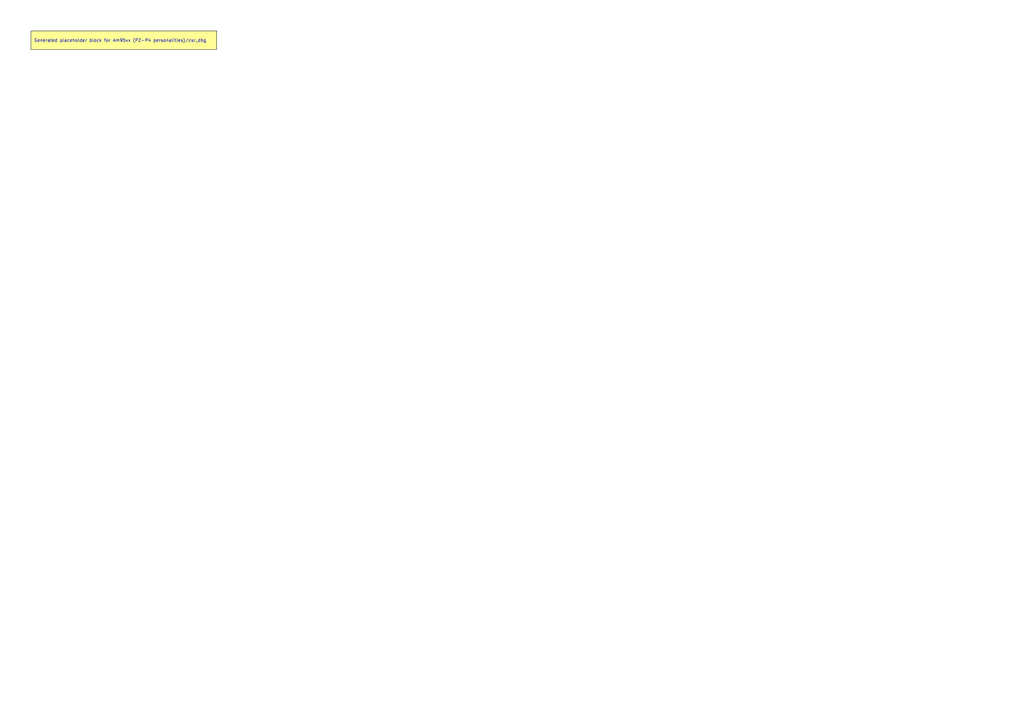
<source format=kicad_sch>
(kicad_sch
	(version 20250114)
	(generator "kicadgen")
	(generator_version "0.2")
	(uuid "6259d727-69ab-5cdd-8d46-a3c5a60ae7cb")
	(paper "A3")
	(title_block
		(title "Am95xx (P2-P4 personalities)::csr_dbg")
		(company "Project Carbon")
		(comment 1 "Generated - do not edit in generated/")
		(comment 2 "Edit in schem/kicad9/manual/ or refine mapping specs")
	)
	(lib_symbols)
	(text_box
		"Generated placeholder block for Am95xx (P2-P4 personalities)/csr_dbg"
		(exclude_from_sim no)
		(at
			12.7
			12.7
			0
		)
		(size 76.2 7.62)
		(margins
			1.27
			1.27
			1.27
			1.27
		)
		(stroke
			(width 0)
			(type default)
			(color
				0
				0
				0
				1
			)
		)
		(fill
			(type color)
			(color
				255
				255
				150
				1
			)
		)
		(effects
			(font
				(size 1.27 1.27)
			)
			(justify left)
		)
		(uuid "92b7e1a2-1494-50bd-9e30-0b39e212b3d3")
	)
	(sheet_instances
		(path
			"/"
			(page "1")
		)
	)
	(embedded_fonts no)
)

</source>
